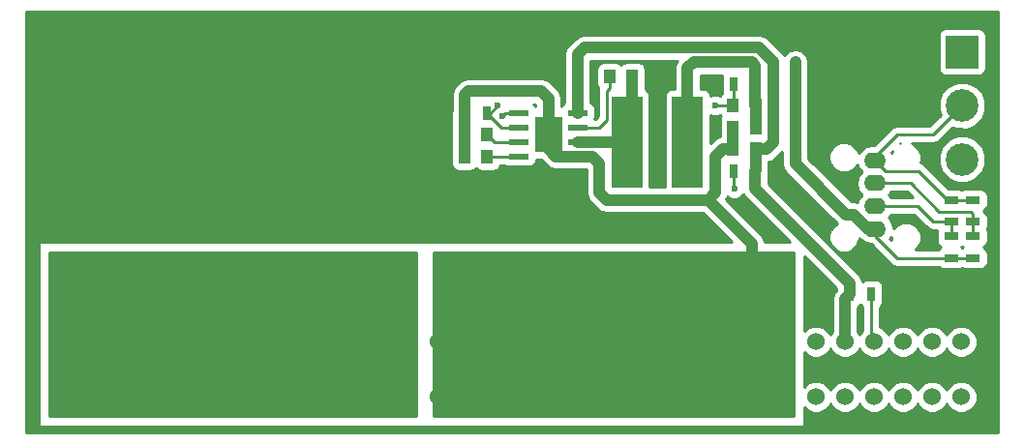
<source format=gtl>
G04 #@! TF.FileFunction,Copper,L1,Top,Signal*
%FSLAX46Y46*%
G04 Gerber Fmt 4.6, Leading zero omitted, Abs format (unit mm)*
G04 Created by KiCad (PCBNEW 4.0.7) date Mon Mar 19 20:09:08 2018*
%MOMM*%
%LPD*%
G01*
G04 APERTURE LIST*
%ADD10C,0.100000*%
%ADD11O,1.920000X1.420000*%
%ADD12R,1.530000X1.530000*%
%ADD13C,1.530000*%
%ADD14R,3.000000X3.000000*%
%ADD15C,3.000000*%
%ADD16R,1.000000X1.250000*%
%ADD17R,0.700000X1.300000*%
%ADD18R,1.300000X0.700000*%
%ADD19R,1.778000X0.533400*%
%ADD20R,2.400000X3.099999*%
%ADD21R,2.850000X2.850000*%
%ADD22C,2.850000*%
%ADD23R,2.705100X8.001000*%
%ADD24C,0.800000*%
%ADD25C,0.600000*%
%ADD26C,1.000000*%
%ADD27C,0.250000*%
%ADD28C,0.254000*%
G04 APERTURE END LIST*
D10*
D11*
X180340000Y-92710000D03*
X180340000Y-90710000D03*
X180340000Y-88710000D03*
X180340000Y-86710000D03*
D12*
X109131100Y-107423600D03*
D13*
X111671100Y-107423600D03*
X114211100Y-107423600D03*
X116751100Y-107423600D03*
X119291100Y-107423600D03*
X121831100Y-107423600D03*
X124371100Y-107423600D03*
X126911100Y-107423600D03*
X129451100Y-107423600D03*
X131991100Y-107423600D03*
X134531100Y-107423600D03*
X137071100Y-107423600D03*
X139611100Y-107423600D03*
X142151100Y-107423600D03*
X144691100Y-107423600D03*
X147231100Y-107423600D03*
X149771100Y-107423600D03*
X152311100Y-107423600D03*
X154851100Y-107423600D03*
X157391100Y-107423600D03*
X159931100Y-107423600D03*
X162471100Y-107423600D03*
X165011100Y-107423600D03*
X167551100Y-107423600D03*
X170091100Y-107423600D03*
X172631100Y-107423600D03*
X175171100Y-107423600D03*
X177711100Y-107423600D03*
X180251100Y-107423600D03*
X182791100Y-107423600D03*
X185331100Y-107423600D03*
X187871100Y-107423600D03*
X187871100Y-102583600D03*
X185331100Y-102583600D03*
X182791100Y-102583600D03*
X180251100Y-102583600D03*
X177711100Y-102583600D03*
X175171100Y-102583600D03*
X172631100Y-102583600D03*
X170091100Y-102583600D03*
X167551100Y-102583600D03*
X165011100Y-102583600D03*
X162471100Y-102583600D03*
X159931100Y-102583600D03*
X157391100Y-102583600D03*
X154851100Y-102583600D03*
X152311100Y-102583600D03*
X149771100Y-102583600D03*
X147231100Y-102583600D03*
X144691100Y-102583600D03*
X142151100Y-102583600D03*
X139611100Y-102583600D03*
X137071100Y-102583600D03*
X134531100Y-102583600D03*
X131991100Y-102583600D03*
X129451100Y-102583600D03*
X126911100Y-102583600D03*
X124371100Y-102583600D03*
X121831100Y-102583600D03*
X119291100Y-102583600D03*
X116751100Y-102583600D03*
X114211100Y-102583600D03*
X111671100Y-102583600D03*
X109131100Y-102583600D03*
D14*
X169570000Y-96610000D03*
D15*
X161320000Y-96610000D03*
X153070000Y-96610000D03*
X144820000Y-96610000D03*
X136570000Y-96610000D03*
X128320000Y-96610000D03*
X120070000Y-96610000D03*
X111820000Y-96610000D03*
D16*
X169910000Y-85725000D03*
X167910000Y-85725000D03*
X146415000Y-84455000D03*
X144415000Y-84455000D03*
X146415000Y-86360000D03*
X144415000Y-86360000D03*
X157115000Y-79375000D03*
X159115000Y-79375000D03*
X169910000Y-81915000D03*
X167910000Y-81915000D03*
X169910000Y-83820000D03*
X167910000Y-83820000D03*
D17*
X169860000Y-87630000D03*
X167960000Y-87630000D03*
X167960000Y-80010000D03*
X169860000Y-80010000D03*
X144465000Y-82550000D03*
X146365000Y-82550000D03*
D18*
X187007500Y-93347500D03*
X187007500Y-95247500D03*
X187007500Y-90172500D03*
X187007500Y-92072500D03*
X188912500Y-93347500D03*
X188912500Y-95247500D03*
X188912500Y-90172500D03*
X188912500Y-92072500D03*
D19*
X149199600Y-82550000D03*
X149199600Y-83820000D03*
X149199600Y-85090000D03*
X149199600Y-86360000D03*
X154330400Y-86360000D03*
X154330400Y-85090000D03*
X154330400Y-83820000D03*
X154330400Y-82550000D03*
D20*
X151765000Y-84455000D03*
D21*
X187960000Y-77215000D03*
D22*
X187960000Y-81915000D03*
X187960000Y-86615000D03*
D17*
X180020000Y-98425000D03*
X178120000Y-98425000D03*
D23*
X158635700Y-85090000D03*
X163944300Y-85090000D03*
D24*
X168910000Y-78105000D03*
X173355000Y-78105000D03*
D25*
X147320000Y-81915000D03*
X166370000Y-81915000D03*
X147701000Y-82804000D03*
X168021000Y-89154000D03*
D26*
X169570000Y-96610000D02*
X169570000Y-94005000D01*
X169570000Y-94005000D02*
X165735000Y-90170000D01*
X154330400Y-86360000D02*
X155575000Y-86360000D01*
X155575000Y-86360000D02*
X156210000Y-86995000D01*
X156210000Y-86995000D02*
X156210000Y-89535000D01*
X156210000Y-89535000D02*
X156845000Y-90170000D01*
X156845000Y-90170000D02*
X165735000Y-90170000D01*
X167005000Y-85725000D02*
X167910000Y-85725000D01*
X165735000Y-90170000D02*
X166370000Y-89535000D01*
X166370000Y-89535000D02*
X166370000Y-86360000D01*
X166370000Y-86360000D02*
X167005000Y-85725000D01*
X144465000Y-82550000D02*
X144465000Y-80960000D01*
X151765000Y-81280000D02*
X151765000Y-84455000D01*
X151130000Y-80645000D02*
X151765000Y-81280000D01*
X144780000Y-80645000D02*
X151130000Y-80645000D01*
X144465000Y-80960000D02*
X144780000Y-80645000D01*
X151765000Y-84455000D02*
X151765000Y-85725000D01*
X151765000Y-85725000D02*
X152400000Y-86360000D01*
X152400000Y-86360000D02*
X154330400Y-86360000D01*
X144415000Y-84455000D02*
X144415000Y-82600000D01*
X144415000Y-82600000D02*
X144465000Y-82550000D01*
X144415000Y-86360000D02*
X144415000Y-84455000D01*
X167910000Y-83820000D02*
X167910000Y-85725000D01*
D27*
X180340000Y-86710000D02*
X180340000Y-86360000D01*
X180340000Y-86360000D02*
X182245000Y-84455000D01*
X185420000Y-84455000D02*
X187960000Y-81915000D01*
X182245000Y-84455000D02*
X185420000Y-84455000D01*
X187007500Y-90172500D02*
X186692500Y-90172500D01*
X186692500Y-90172500D02*
X184150000Y-87630000D01*
X181260000Y-87630000D02*
X180340000Y-86710000D01*
X184150000Y-87630000D02*
X181260000Y-87630000D01*
X187007500Y-90172500D02*
X188912500Y-90172500D01*
X180020000Y-98425000D02*
X180020000Y-102352500D01*
X180020000Y-102352500D02*
X180251100Y-102583600D01*
D26*
X178120000Y-98425000D02*
X178120000Y-97475000D01*
X169860000Y-89215000D02*
X169860000Y-87630000D01*
X178120000Y-97475000D02*
X169860000Y-89215000D01*
X169910000Y-85725000D02*
X170815000Y-85725000D01*
X154330400Y-77444600D02*
X154330400Y-82550000D01*
X154940000Y-76835000D02*
X154330400Y-77444600D01*
X170180000Y-76835000D02*
X154940000Y-76835000D01*
X171450000Y-78105000D02*
X170180000Y-76835000D01*
X171450000Y-85090000D02*
X171450000Y-78105000D01*
X170815000Y-85725000D02*
X171450000Y-85090000D01*
X178120000Y-98425000D02*
X178120000Y-98110000D01*
X169910000Y-85725000D02*
X169910000Y-87580000D01*
X169910000Y-87580000D02*
X169860000Y-87630000D01*
X177711100Y-102583600D02*
X177711100Y-98833900D01*
X177711100Y-98833900D02*
X178120000Y-98425000D01*
D27*
X149199600Y-85090000D02*
X147050000Y-85090000D01*
X147050000Y-85090000D02*
X146415000Y-84455000D01*
X149199600Y-86360000D02*
X146415000Y-86360000D01*
X157115000Y-79375000D02*
X157115000Y-80375000D01*
X156210000Y-83820000D02*
X154330400Y-83820000D01*
X156845000Y-83185000D02*
X156210000Y-83820000D01*
X156845000Y-80645000D02*
X156845000Y-83185000D01*
X157115000Y-80375000D02*
X156845000Y-80645000D01*
D26*
X159115000Y-79375000D02*
X159115000Y-84610700D01*
X159115000Y-84610700D02*
X158635700Y-85090000D01*
X154330400Y-85090000D02*
X158635700Y-85090000D01*
X179705000Y-92710000D02*
X178435000Y-91440000D01*
X177800000Y-91440000D02*
X178435000Y-91440000D01*
X173355000Y-86995000D02*
X177800000Y-91440000D01*
X173355000Y-78105000D02*
X173355000Y-86995000D01*
X179705000Y-92710000D02*
X180340000Y-92710000D01*
X163944300Y-85090000D02*
X163944300Y-79375000D01*
X163944300Y-78625700D02*
X164465000Y-78105000D01*
X164465000Y-78105000D02*
X168910000Y-78105000D01*
X163944300Y-79375000D02*
X163944300Y-78625700D01*
X169860000Y-78420000D02*
X169860000Y-80010000D01*
X168910000Y-78105000D02*
X169545000Y-78105000D01*
X169545000Y-78105000D02*
X169860000Y-78420000D01*
X179705000Y-92710000D02*
X180340000Y-92710000D01*
X169910000Y-81915000D02*
X169910000Y-83820000D01*
X169860000Y-80010000D02*
X169860000Y-81865000D01*
X169860000Y-81865000D02*
X169910000Y-81915000D01*
D27*
X187007500Y-95247500D02*
X182242500Y-95247500D01*
X182242500Y-95247500D02*
X180340000Y-93345000D01*
X180340000Y-93345000D02*
X180340000Y-92710000D01*
X187007500Y-95247500D02*
X188912500Y-95247500D01*
X167910000Y-81915000D02*
X166370000Y-81915000D01*
X147320000Y-81915000D02*
X146685000Y-82550000D01*
X146685000Y-82550000D02*
X146365000Y-82550000D01*
X167910000Y-81915000D02*
X167910000Y-81550000D01*
X149199600Y-83820000D02*
X147635000Y-83820000D01*
X147635000Y-83820000D02*
X146365000Y-82550000D01*
X167960000Y-80010000D02*
X167960000Y-81865000D01*
X167960000Y-81865000D02*
X167910000Y-81915000D01*
X180340000Y-90710000D02*
X184055000Y-90710000D01*
X185417500Y-92072500D02*
X187007500Y-92072500D01*
X184055000Y-90710000D02*
X185417500Y-92072500D01*
X187007500Y-92072500D02*
X187007500Y-93347500D01*
X188912500Y-92072500D02*
X188912500Y-93347500D01*
X180340000Y-88710000D02*
X183452000Y-88710000D01*
X188912500Y-91376500D02*
X188912500Y-92072500D01*
X188722000Y-91186000D02*
X188912500Y-91376500D01*
X185928000Y-91186000D02*
X188722000Y-91186000D01*
X183452000Y-88710000D02*
X185928000Y-91186000D01*
X167960000Y-87630000D02*
X167960000Y-89093000D01*
X147955000Y-82550000D02*
X149199600Y-82550000D01*
X147701000Y-82804000D02*
X147955000Y-82550000D01*
X167960000Y-89093000D02*
X168021000Y-89154000D01*
D28*
G36*
X173228000Y-109093000D02*
X141732000Y-109093000D01*
X141732000Y-94742000D01*
X173228000Y-94742000D01*
X173228000Y-109093000D01*
X173228000Y-109093000D01*
G37*
X173228000Y-109093000D02*
X141732000Y-109093000D01*
X141732000Y-94742000D01*
X173228000Y-94742000D01*
X173228000Y-109093000D01*
G36*
X140208000Y-109093000D02*
X108077000Y-109093000D01*
X108077000Y-94742000D01*
X140208000Y-94742000D01*
X140208000Y-109093000D01*
X140208000Y-109093000D01*
G37*
X140208000Y-109093000D02*
X108077000Y-109093000D01*
X108077000Y-94742000D01*
X140208000Y-94742000D01*
X140208000Y-109093000D01*
G36*
X191125000Y-110480000D02*
X106055000Y-110480000D01*
X106055000Y-93980000D01*
X107188000Y-93980000D01*
X107188000Y-109855000D01*
X107198006Y-109904410D01*
X107226447Y-109946035D01*
X107268841Y-109973315D01*
X107315000Y-109982000D01*
X173990000Y-109982000D01*
X174039410Y-109971994D01*
X174081035Y-109943553D01*
X174108315Y-109901159D01*
X174117000Y-109855000D01*
X174117000Y-108349288D01*
X174377028Y-108609770D01*
X174891401Y-108823357D01*
X175448356Y-108823843D01*
X175963100Y-108611155D01*
X176357270Y-108217672D01*
X176441042Y-108015927D01*
X176523545Y-108215600D01*
X176917028Y-108609770D01*
X177431401Y-108823357D01*
X177988356Y-108823843D01*
X178503100Y-108611155D01*
X178897270Y-108217672D01*
X178981042Y-108015927D01*
X179063545Y-108215600D01*
X179457028Y-108609770D01*
X179971401Y-108823357D01*
X180528356Y-108823843D01*
X181043100Y-108611155D01*
X181437270Y-108217672D01*
X181521042Y-108015927D01*
X181603545Y-108215600D01*
X181997028Y-108609770D01*
X182511401Y-108823357D01*
X183068356Y-108823843D01*
X183583100Y-108611155D01*
X183977270Y-108217672D01*
X184061042Y-108015927D01*
X184143545Y-108215600D01*
X184537028Y-108609770D01*
X185051401Y-108823357D01*
X185608356Y-108823843D01*
X186123100Y-108611155D01*
X186517270Y-108217672D01*
X186601042Y-108015927D01*
X186683545Y-108215600D01*
X187077028Y-108609770D01*
X187591401Y-108823357D01*
X188148356Y-108823843D01*
X188663100Y-108611155D01*
X189057270Y-108217672D01*
X189270857Y-107703299D01*
X189271343Y-107146344D01*
X189058655Y-106631600D01*
X188665172Y-106237430D01*
X188150799Y-106023843D01*
X187593844Y-106023357D01*
X187079100Y-106236045D01*
X186684930Y-106629528D01*
X186601158Y-106831273D01*
X186518655Y-106631600D01*
X186125172Y-106237430D01*
X185610799Y-106023843D01*
X185053844Y-106023357D01*
X184539100Y-106236045D01*
X184144930Y-106629528D01*
X184061158Y-106831273D01*
X183978655Y-106631600D01*
X183585172Y-106237430D01*
X183070799Y-106023843D01*
X182513844Y-106023357D01*
X181999100Y-106236045D01*
X181604930Y-106629528D01*
X181521158Y-106831273D01*
X181438655Y-106631600D01*
X181045172Y-106237430D01*
X180530799Y-106023843D01*
X179973844Y-106023357D01*
X179459100Y-106236045D01*
X179064930Y-106629528D01*
X178981158Y-106831273D01*
X178898655Y-106631600D01*
X178505172Y-106237430D01*
X177990799Y-106023843D01*
X177433844Y-106023357D01*
X176919100Y-106236045D01*
X176524930Y-106629528D01*
X176441158Y-106831273D01*
X176358655Y-106631600D01*
X175965172Y-106237430D01*
X175450799Y-106023843D01*
X174893844Y-106023357D01*
X174379100Y-106236045D01*
X174117000Y-106497688D01*
X174117000Y-103509288D01*
X174377028Y-103769770D01*
X174891401Y-103983357D01*
X175448356Y-103983843D01*
X175963100Y-103771155D01*
X176357270Y-103377672D01*
X176441042Y-103175927D01*
X176523545Y-103375600D01*
X176917028Y-103769770D01*
X177431401Y-103983357D01*
X177988356Y-103983843D01*
X178503100Y-103771155D01*
X178897270Y-103377672D01*
X178981042Y-103175927D01*
X179063545Y-103375600D01*
X179457028Y-103769770D01*
X179971401Y-103983357D01*
X180528356Y-103983843D01*
X181043100Y-103771155D01*
X181437270Y-103377672D01*
X181521042Y-103175927D01*
X181603545Y-103375600D01*
X181997028Y-103769770D01*
X182511401Y-103983357D01*
X183068356Y-103983843D01*
X183583100Y-103771155D01*
X183977270Y-103377672D01*
X184061042Y-103175927D01*
X184143545Y-103375600D01*
X184537028Y-103769770D01*
X185051401Y-103983357D01*
X185608356Y-103983843D01*
X186123100Y-103771155D01*
X186517270Y-103377672D01*
X186601042Y-103175927D01*
X186683545Y-103375600D01*
X187077028Y-103769770D01*
X187591401Y-103983357D01*
X188148356Y-103983843D01*
X188663100Y-103771155D01*
X189057270Y-103377672D01*
X189270857Y-102863299D01*
X189271343Y-102306344D01*
X189058655Y-101791600D01*
X188665172Y-101397430D01*
X188150799Y-101183843D01*
X187593844Y-101183357D01*
X187079100Y-101396045D01*
X186684930Y-101789528D01*
X186601158Y-101991273D01*
X186518655Y-101791600D01*
X186125172Y-101397430D01*
X185610799Y-101183843D01*
X185053844Y-101183357D01*
X184539100Y-101396045D01*
X184144930Y-101789528D01*
X184061158Y-101991273D01*
X183978655Y-101791600D01*
X183585172Y-101397430D01*
X183070799Y-101183843D01*
X182513844Y-101183357D01*
X181999100Y-101396045D01*
X181604930Y-101789528D01*
X181521158Y-101991273D01*
X181438655Y-101791600D01*
X181045172Y-101397430D01*
X180780000Y-101287321D01*
X180780000Y-99565757D01*
X180821441Y-99539090D01*
X180966431Y-99326890D01*
X181017440Y-99075000D01*
X181017440Y-97775000D01*
X180973162Y-97539683D01*
X180834090Y-97323559D01*
X180621890Y-97178569D01*
X180370000Y-97127560D01*
X179670000Y-97127560D01*
X179434683Y-97171838D01*
X179221929Y-97308741D01*
X179168603Y-97040654D01*
X178922566Y-96672434D01*
X170995000Y-88744868D01*
X170995000Y-87831369D01*
X171045000Y-87580000D01*
X171045000Y-86814250D01*
X171249346Y-86773603D01*
X171617566Y-86527566D01*
X172220000Y-85925132D01*
X172220000Y-86995000D01*
X172306397Y-87429346D01*
X172461223Y-87661059D01*
X172552434Y-87797566D01*
X176997434Y-92242566D01*
X177019442Y-92257271D01*
X176941219Y-92289672D01*
X176937457Y-92304599D01*
X176878914Y-92328789D01*
X176510084Y-92696976D01*
X176485013Y-92757353D01*
X176469672Y-92761219D01*
X176395881Y-92972008D01*
X176310228Y-93178282D01*
X176310194Y-93216775D01*
X176297478Y-93253100D01*
X176309969Y-93476082D01*
X176309774Y-93699432D01*
X176324472Y-93735005D01*
X176326625Y-93773434D01*
X176469672Y-94118781D01*
X176484599Y-94122543D01*
X176508789Y-94181086D01*
X176876976Y-94549916D01*
X176937353Y-94574987D01*
X176941219Y-94590328D01*
X177152008Y-94664119D01*
X177358282Y-94749772D01*
X177396775Y-94749806D01*
X177433100Y-94762522D01*
X177656082Y-94750031D01*
X177879432Y-94750226D01*
X177915005Y-94735528D01*
X177953434Y-94733375D01*
X178298781Y-94590328D01*
X178302543Y-94575401D01*
X178361086Y-94551211D01*
X178729916Y-94183024D01*
X178754987Y-94122647D01*
X178770328Y-94118781D01*
X178844119Y-93907992D01*
X178929772Y-93701718D01*
X178929806Y-93663225D01*
X178942522Y-93626900D01*
X178937427Y-93535948D01*
X179094001Y-93640567D01*
X179107693Y-93661059D01*
X179544043Y-93952618D01*
X179954451Y-94034253D01*
X181705099Y-95784901D01*
X181951660Y-95949648D01*
X182242500Y-96007500D01*
X185866743Y-96007500D01*
X185893410Y-96048941D01*
X186105610Y-96193931D01*
X186357500Y-96244940D01*
X187657500Y-96244940D01*
X187892817Y-96200662D01*
X187958553Y-96158362D01*
X188010610Y-96193931D01*
X188262500Y-96244940D01*
X189562500Y-96244940D01*
X189797817Y-96200662D01*
X190013941Y-96061590D01*
X190158931Y-95849390D01*
X190209940Y-95597500D01*
X190209940Y-94897500D01*
X190165662Y-94662183D01*
X190026590Y-94446059D01*
X189814390Y-94301069D01*
X189801303Y-94298419D01*
X190013941Y-94161590D01*
X190158931Y-93949390D01*
X190209940Y-93697500D01*
X190209940Y-92997500D01*
X190165662Y-92762183D01*
X190133304Y-92711897D01*
X190158931Y-92674390D01*
X190209940Y-92422500D01*
X190209940Y-91722500D01*
X190165662Y-91487183D01*
X190026590Y-91271059D01*
X189814390Y-91126069D01*
X189801303Y-91123419D01*
X190013941Y-90986590D01*
X190158931Y-90774390D01*
X190209940Y-90522500D01*
X190209940Y-89822500D01*
X190165662Y-89587183D01*
X190026590Y-89371059D01*
X189814390Y-89226069D01*
X189562500Y-89175060D01*
X188262500Y-89175060D01*
X188027183Y-89219338D01*
X187961447Y-89261638D01*
X187909390Y-89226069D01*
X187657500Y-89175060D01*
X186769862Y-89175060D01*
X184687401Y-87092599D01*
X184583182Y-87022962D01*
X185899643Y-87022962D01*
X186212599Y-87780372D01*
X186791580Y-88360365D01*
X187548443Y-88674642D01*
X188367962Y-88675357D01*
X189125372Y-88362401D01*
X189705365Y-87783420D01*
X190019642Y-87026557D01*
X190020357Y-86207038D01*
X189707401Y-85449628D01*
X189128420Y-84869635D01*
X188371557Y-84555358D01*
X187552038Y-84554643D01*
X186794628Y-84867599D01*
X186214635Y-85446580D01*
X185900358Y-86203443D01*
X185899643Y-87022962D01*
X184583182Y-87022962D01*
X184440839Y-86927852D01*
X184288459Y-86897541D01*
X184369772Y-86701718D01*
X184369806Y-86663225D01*
X184382522Y-86626900D01*
X184370031Y-86403918D01*
X184370226Y-86180568D01*
X184355528Y-86144995D01*
X184353375Y-86106566D01*
X184210328Y-85761219D01*
X184195401Y-85757457D01*
X184171211Y-85698914D01*
X183803024Y-85330084D01*
X183742647Y-85305013D01*
X183738781Y-85289672D01*
X183527992Y-85215881D01*
X183525871Y-85215000D01*
X185420000Y-85215000D01*
X185710839Y-85157148D01*
X185957401Y-84992401D01*
X187143364Y-83806438D01*
X187548443Y-83974642D01*
X188367962Y-83975357D01*
X189125372Y-83662401D01*
X189705365Y-83083420D01*
X190019642Y-82326557D01*
X190020357Y-81507038D01*
X189707401Y-80749628D01*
X189128420Y-80169635D01*
X188371557Y-79855358D01*
X187552038Y-79854643D01*
X186794628Y-80167599D01*
X186214635Y-80746580D01*
X185900358Y-81503443D01*
X185899643Y-82322962D01*
X186068521Y-82731677D01*
X185105198Y-83695000D01*
X182245000Y-83695000D01*
X181954161Y-83752852D01*
X181707599Y-83917599D01*
X180260198Y-85365000D01*
X180058752Y-85365000D01*
X179544043Y-85467382D01*
X179107693Y-85758941D01*
X178898849Y-86071498D01*
X178770328Y-85761219D01*
X178755401Y-85757457D01*
X178731211Y-85698914D01*
X178363024Y-85330084D01*
X178302647Y-85305013D01*
X178298781Y-85289672D01*
X178087992Y-85215881D01*
X177881718Y-85130228D01*
X177843225Y-85130194D01*
X177806900Y-85117478D01*
X177583918Y-85129969D01*
X177360568Y-85129774D01*
X177324995Y-85144472D01*
X177286566Y-85146625D01*
X176941219Y-85289672D01*
X176937457Y-85304599D01*
X176878914Y-85328789D01*
X176510084Y-85696976D01*
X176485013Y-85757353D01*
X176469672Y-85761219D01*
X176395881Y-85972008D01*
X176310228Y-86178282D01*
X176310194Y-86216775D01*
X176297478Y-86253100D01*
X176309969Y-86476082D01*
X176309774Y-86699432D01*
X176324472Y-86735005D01*
X176326625Y-86773434D01*
X176469672Y-87118781D01*
X176484599Y-87122543D01*
X176508789Y-87181086D01*
X176876976Y-87549916D01*
X176937353Y-87574987D01*
X176941219Y-87590328D01*
X177152008Y-87664119D01*
X177358282Y-87749772D01*
X177396775Y-87749806D01*
X177433100Y-87762522D01*
X177656082Y-87750031D01*
X177879432Y-87750226D01*
X177915005Y-87735528D01*
X177953434Y-87733375D01*
X178298781Y-87590328D01*
X178302543Y-87575401D01*
X178361086Y-87551211D01*
X178729916Y-87183024D01*
X178754987Y-87122647D01*
X178770328Y-87118781D01*
X178786101Y-87073724D01*
X178816134Y-87224709D01*
X179107693Y-87661059D01*
X179180939Y-87710000D01*
X179107693Y-87758941D01*
X178816134Y-88195291D01*
X178713752Y-88710000D01*
X178816134Y-89224709D01*
X179107693Y-89661059D01*
X179180939Y-89710000D01*
X179107693Y-89758941D01*
X178816134Y-90195291D01*
X178780636Y-90373751D01*
X178435000Y-90305000D01*
X178270132Y-90305000D01*
X174490000Y-86524868D01*
X174490000Y-78105000D01*
X174403603Y-77670654D01*
X174157566Y-77302434D01*
X173789346Y-77056397D01*
X173355000Y-76970000D01*
X172920654Y-77056397D01*
X172552434Y-77302434D01*
X172402500Y-77526826D01*
X172252566Y-77302434D01*
X170982566Y-76032434D01*
X170619739Y-75790000D01*
X185887560Y-75790000D01*
X185887560Y-78640000D01*
X185931838Y-78875317D01*
X186070910Y-79091441D01*
X186283110Y-79236431D01*
X186535000Y-79287440D01*
X189385000Y-79287440D01*
X189620317Y-79243162D01*
X189836441Y-79104090D01*
X189981431Y-78891890D01*
X190032440Y-78640000D01*
X190032440Y-75790000D01*
X189988162Y-75554683D01*
X189849090Y-75338559D01*
X189636890Y-75193569D01*
X189385000Y-75142560D01*
X186535000Y-75142560D01*
X186299683Y-75186838D01*
X186083559Y-75325910D01*
X185938569Y-75538110D01*
X185887560Y-75790000D01*
X170619739Y-75790000D01*
X170614346Y-75786397D01*
X170180000Y-75700000D01*
X154940000Y-75700000D01*
X154505655Y-75786396D01*
X154137434Y-76032434D01*
X153527834Y-76642034D01*
X153281797Y-77010254D01*
X153195400Y-77444600D01*
X153195400Y-81687012D01*
X152989959Y-81819210D01*
X152900000Y-81950869D01*
X152900000Y-81280000D01*
X152894542Y-81252560D01*
X152813604Y-80845655D01*
X152567566Y-80477434D01*
X151932566Y-79842434D01*
X151883046Y-79809346D01*
X151564346Y-79596397D01*
X151130000Y-79510000D01*
X144780000Y-79510000D01*
X144345654Y-79596397D01*
X144026954Y-79809346D01*
X143977434Y-79842434D01*
X143662434Y-80157434D01*
X143416397Y-80525654D01*
X143330000Y-80960000D01*
X143330000Y-82348634D01*
X143280000Y-82600000D01*
X143280000Y-83768569D01*
X143267560Y-83830000D01*
X143267560Y-85080000D01*
X143280000Y-85146113D01*
X143280000Y-85673569D01*
X143267560Y-85735000D01*
X143267560Y-86985000D01*
X143311838Y-87220317D01*
X143450910Y-87436441D01*
X143663110Y-87581431D01*
X143915000Y-87632440D01*
X144915000Y-87632440D01*
X145150317Y-87588162D01*
X145366441Y-87449090D01*
X145414134Y-87379289D01*
X145450910Y-87436441D01*
X145663110Y-87581431D01*
X145915000Y-87632440D01*
X146915000Y-87632440D01*
X147150317Y-87588162D01*
X147366441Y-87449090D01*
X147511431Y-87236890D01*
X147535102Y-87120000D01*
X147907773Y-87120000D01*
X148058710Y-87223131D01*
X148310600Y-87274140D01*
X150088600Y-87274140D01*
X150323917Y-87229862D01*
X150540041Y-87090790D01*
X150685031Y-86878590D01*
X150730828Y-86652439D01*
X151087307Y-86652439D01*
X151597434Y-87162566D01*
X151965655Y-87408604D01*
X152400000Y-87495000D01*
X155075000Y-87495000D01*
X155075000Y-89535000D01*
X155161397Y-89969346D01*
X155385674Y-90305000D01*
X155407434Y-90337566D01*
X156042434Y-90972566D01*
X156410655Y-91218604D01*
X156845000Y-91305000D01*
X165264868Y-91305000D01*
X167812868Y-93853000D01*
X107315000Y-93853000D01*
X107265590Y-93863006D01*
X107223965Y-93891447D01*
X107196685Y-93933841D01*
X107188000Y-93980000D01*
X106055000Y-93980000D01*
X106055000Y-73670000D01*
X191125000Y-73670000D01*
X191125000Y-110480000D01*
X191125000Y-110480000D01*
G37*
X191125000Y-110480000D02*
X106055000Y-110480000D01*
X106055000Y-93980000D01*
X107188000Y-93980000D01*
X107188000Y-109855000D01*
X107198006Y-109904410D01*
X107226447Y-109946035D01*
X107268841Y-109973315D01*
X107315000Y-109982000D01*
X173990000Y-109982000D01*
X174039410Y-109971994D01*
X174081035Y-109943553D01*
X174108315Y-109901159D01*
X174117000Y-109855000D01*
X174117000Y-108349288D01*
X174377028Y-108609770D01*
X174891401Y-108823357D01*
X175448356Y-108823843D01*
X175963100Y-108611155D01*
X176357270Y-108217672D01*
X176441042Y-108015927D01*
X176523545Y-108215600D01*
X176917028Y-108609770D01*
X177431401Y-108823357D01*
X177988356Y-108823843D01*
X178503100Y-108611155D01*
X178897270Y-108217672D01*
X178981042Y-108015927D01*
X179063545Y-108215600D01*
X179457028Y-108609770D01*
X179971401Y-108823357D01*
X180528356Y-108823843D01*
X181043100Y-108611155D01*
X181437270Y-108217672D01*
X181521042Y-108015927D01*
X181603545Y-108215600D01*
X181997028Y-108609770D01*
X182511401Y-108823357D01*
X183068356Y-108823843D01*
X183583100Y-108611155D01*
X183977270Y-108217672D01*
X184061042Y-108015927D01*
X184143545Y-108215600D01*
X184537028Y-108609770D01*
X185051401Y-108823357D01*
X185608356Y-108823843D01*
X186123100Y-108611155D01*
X186517270Y-108217672D01*
X186601042Y-108015927D01*
X186683545Y-108215600D01*
X187077028Y-108609770D01*
X187591401Y-108823357D01*
X188148356Y-108823843D01*
X188663100Y-108611155D01*
X189057270Y-108217672D01*
X189270857Y-107703299D01*
X189271343Y-107146344D01*
X189058655Y-106631600D01*
X188665172Y-106237430D01*
X188150799Y-106023843D01*
X187593844Y-106023357D01*
X187079100Y-106236045D01*
X186684930Y-106629528D01*
X186601158Y-106831273D01*
X186518655Y-106631600D01*
X186125172Y-106237430D01*
X185610799Y-106023843D01*
X185053844Y-106023357D01*
X184539100Y-106236045D01*
X184144930Y-106629528D01*
X184061158Y-106831273D01*
X183978655Y-106631600D01*
X183585172Y-106237430D01*
X183070799Y-106023843D01*
X182513844Y-106023357D01*
X181999100Y-106236045D01*
X181604930Y-106629528D01*
X181521158Y-106831273D01*
X181438655Y-106631600D01*
X181045172Y-106237430D01*
X180530799Y-106023843D01*
X179973844Y-106023357D01*
X179459100Y-106236045D01*
X179064930Y-106629528D01*
X178981158Y-106831273D01*
X178898655Y-106631600D01*
X178505172Y-106237430D01*
X177990799Y-106023843D01*
X177433844Y-106023357D01*
X176919100Y-106236045D01*
X176524930Y-106629528D01*
X176441158Y-106831273D01*
X176358655Y-106631600D01*
X175965172Y-106237430D01*
X175450799Y-106023843D01*
X174893844Y-106023357D01*
X174379100Y-106236045D01*
X174117000Y-106497688D01*
X174117000Y-103509288D01*
X174377028Y-103769770D01*
X174891401Y-103983357D01*
X175448356Y-103983843D01*
X175963100Y-103771155D01*
X176357270Y-103377672D01*
X176441042Y-103175927D01*
X176523545Y-103375600D01*
X176917028Y-103769770D01*
X177431401Y-103983357D01*
X177988356Y-103983843D01*
X178503100Y-103771155D01*
X178897270Y-103377672D01*
X178981042Y-103175927D01*
X179063545Y-103375600D01*
X179457028Y-103769770D01*
X179971401Y-103983357D01*
X180528356Y-103983843D01*
X181043100Y-103771155D01*
X181437270Y-103377672D01*
X181521042Y-103175927D01*
X181603545Y-103375600D01*
X181997028Y-103769770D01*
X182511401Y-103983357D01*
X183068356Y-103983843D01*
X183583100Y-103771155D01*
X183977270Y-103377672D01*
X184061042Y-103175927D01*
X184143545Y-103375600D01*
X184537028Y-103769770D01*
X185051401Y-103983357D01*
X185608356Y-103983843D01*
X186123100Y-103771155D01*
X186517270Y-103377672D01*
X186601042Y-103175927D01*
X186683545Y-103375600D01*
X187077028Y-103769770D01*
X187591401Y-103983357D01*
X188148356Y-103983843D01*
X188663100Y-103771155D01*
X189057270Y-103377672D01*
X189270857Y-102863299D01*
X189271343Y-102306344D01*
X189058655Y-101791600D01*
X188665172Y-101397430D01*
X188150799Y-101183843D01*
X187593844Y-101183357D01*
X187079100Y-101396045D01*
X186684930Y-101789528D01*
X186601158Y-101991273D01*
X186518655Y-101791600D01*
X186125172Y-101397430D01*
X185610799Y-101183843D01*
X185053844Y-101183357D01*
X184539100Y-101396045D01*
X184144930Y-101789528D01*
X184061158Y-101991273D01*
X183978655Y-101791600D01*
X183585172Y-101397430D01*
X183070799Y-101183843D01*
X182513844Y-101183357D01*
X181999100Y-101396045D01*
X181604930Y-101789528D01*
X181521158Y-101991273D01*
X181438655Y-101791600D01*
X181045172Y-101397430D01*
X180780000Y-101287321D01*
X180780000Y-99565757D01*
X180821441Y-99539090D01*
X180966431Y-99326890D01*
X181017440Y-99075000D01*
X181017440Y-97775000D01*
X180973162Y-97539683D01*
X180834090Y-97323559D01*
X180621890Y-97178569D01*
X180370000Y-97127560D01*
X179670000Y-97127560D01*
X179434683Y-97171838D01*
X179221929Y-97308741D01*
X179168603Y-97040654D01*
X178922566Y-96672434D01*
X170995000Y-88744868D01*
X170995000Y-87831369D01*
X171045000Y-87580000D01*
X171045000Y-86814250D01*
X171249346Y-86773603D01*
X171617566Y-86527566D01*
X172220000Y-85925132D01*
X172220000Y-86995000D01*
X172306397Y-87429346D01*
X172461223Y-87661059D01*
X172552434Y-87797566D01*
X176997434Y-92242566D01*
X177019442Y-92257271D01*
X176941219Y-92289672D01*
X176937457Y-92304599D01*
X176878914Y-92328789D01*
X176510084Y-92696976D01*
X176485013Y-92757353D01*
X176469672Y-92761219D01*
X176395881Y-92972008D01*
X176310228Y-93178282D01*
X176310194Y-93216775D01*
X176297478Y-93253100D01*
X176309969Y-93476082D01*
X176309774Y-93699432D01*
X176324472Y-93735005D01*
X176326625Y-93773434D01*
X176469672Y-94118781D01*
X176484599Y-94122543D01*
X176508789Y-94181086D01*
X176876976Y-94549916D01*
X176937353Y-94574987D01*
X176941219Y-94590328D01*
X177152008Y-94664119D01*
X177358282Y-94749772D01*
X177396775Y-94749806D01*
X177433100Y-94762522D01*
X177656082Y-94750031D01*
X177879432Y-94750226D01*
X177915005Y-94735528D01*
X177953434Y-94733375D01*
X178298781Y-94590328D01*
X178302543Y-94575401D01*
X178361086Y-94551211D01*
X178729916Y-94183024D01*
X178754987Y-94122647D01*
X178770328Y-94118781D01*
X178844119Y-93907992D01*
X178929772Y-93701718D01*
X178929806Y-93663225D01*
X178942522Y-93626900D01*
X178937427Y-93535948D01*
X179094001Y-93640567D01*
X179107693Y-93661059D01*
X179544043Y-93952618D01*
X179954451Y-94034253D01*
X181705099Y-95784901D01*
X181951660Y-95949648D01*
X182242500Y-96007500D01*
X185866743Y-96007500D01*
X185893410Y-96048941D01*
X186105610Y-96193931D01*
X186357500Y-96244940D01*
X187657500Y-96244940D01*
X187892817Y-96200662D01*
X187958553Y-96158362D01*
X188010610Y-96193931D01*
X188262500Y-96244940D01*
X189562500Y-96244940D01*
X189797817Y-96200662D01*
X190013941Y-96061590D01*
X190158931Y-95849390D01*
X190209940Y-95597500D01*
X190209940Y-94897500D01*
X190165662Y-94662183D01*
X190026590Y-94446059D01*
X189814390Y-94301069D01*
X189801303Y-94298419D01*
X190013941Y-94161590D01*
X190158931Y-93949390D01*
X190209940Y-93697500D01*
X190209940Y-92997500D01*
X190165662Y-92762183D01*
X190133304Y-92711897D01*
X190158931Y-92674390D01*
X190209940Y-92422500D01*
X190209940Y-91722500D01*
X190165662Y-91487183D01*
X190026590Y-91271059D01*
X189814390Y-91126069D01*
X189801303Y-91123419D01*
X190013941Y-90986590D01*
X190158931Y-90774390D01*
X190209940Y-90522500D01*
X190209940Y-89822500D01*
X190165662Y-89587183D01*
X190026590Y-89371059D01*
X189814390Y-89226069D01*
X189562500Y-89175060D01*
X188262500Y-89175060D01*
X188027183Y-89219338D01*
X187961447Y-89261638D01*
X187909390Y-89226069D01*
X187657500Y-89175060D01*
X186769862Y-89175060D01*
X184687401Y-87092599D01*
X184583182Y-87022962D01*
X185899643Y-87022962D01*
X186212599Y-87780372D01*
X186791580Y-88360365D01*
X187548443Y-88674642D01*
X188367962Y-88675357D01*
X189125372Y-88362401D01*
X189705365Y-87783420D01*
X190019642Y-87026557D01*
X190020357Y-86207038D01*
X189707401Y-85449628D01*
X189128420Y-84869635D01*
X188371557Y-84555358D01*
X187552038Y-84554643D01*
X186794628Y-84867599D01*
X186214635Y-85446580D01*
X185900358Y-86203443D01*
X185899643Y-87022962D01*
X184583182Y-87022962D01*
X184440839Y-86927852D01*
X184288459Y-86897541D01*
X184369772Y-86701718D01*
X184369806Y-86663225D01*
X184382522Y-86626900D01*
X184370031Y-86403918D01*
X184370226Y-86180568D01*
X184355528Y-86144995D01*
X184353375Y-86106566D01*
X184210328Y-85761219D01*
X184195401Y-85757457D01*
X184171211Y-85698914D01*
X183803024Y-85330084D01*
X183742647Y-85305013D01*
X183738781Y-85289672D01*
X183527992Y-85215881D01*
X183525871Y-85215000D01*
X185420000Y-85215000D01*
X185710839Y-85157148D01*
X185957401Y-84992401D01*
X187143364Y-83806438D01*
X187548443Y-83974642D01*
X188367962Y-83975357D01*
X189125372Y-83662401D01*
X189705365Y-83083420D01*
X190019642Y-82326557D01*
X190020357Y-81507038D01*
X189707401Y-80749628D01*
X189128420Y-80169635D01*
X188371557Y-79855358D01*
X187552038Y-79854643D01*
X186794628Y-80167599D01*
X186214635Y-80746580D01*
X185900358Y-81503443D01*
X185899643Y-82322962D01*
X186068521Y-82731677D01*
X185105198Y-83695000D01*
X182245000Y-83695000D01*
X181954161Y-83752852D01*
X181707599Y-83917599D01*
X180260198Y-85365000D01*
X180058752Y-85365000D01*
X179544043Y-85467382D01*
X179107693Y-85758941D01*
X178898849Y-86071498D01*
X178770328Y-85761219D01*
X178755401Y-85757457D01*
X178731211Y-85698914D01*
X178363024Y-85330084D01*
X178302647Y-85305013D01*
X178298781Y-85289672D01*
X178087992Y-85215881D01*
X177881718Y-85130228D01*
X177843225Y-85130194D01*
X177806900Y-85117478D01*
X177583918Y-85129969D01*
X177360568Y-85129774D01*
X177324995Y-85144472D01*
X177286566Y-85146625D01*
X176941219Y-85289672D01*
X176937457Y-85304599D01*
X176878914Y-85328789D01*
X176510084Y-85696976D01*
X176485013Y-85757353D01*
X176469672Y-85761219D01*
X176395881Y-85972008D01*
X176310228Y-86178282D01*
X176310194Y-86216775D01*
X176297478Y-86253100D01*
X176309969Y-86476082D01*
X176309774Y-86699432D01*
X176324472Y-86735005D01*
X176326625Y-86773434D01*
X176469672Y-87118781D01*
X176484599Y-87122543D01*
X176508789Y-87181086D01*
X176876976Y-87549916D01*
X176937353Y-87574987D01*
X176941219Y-87590328D01*
X177152008Y-87664119D01*
X177358282Y-87749772D01*
X177396775Y-87749806D01*
X177433100Y-87762522D01*
X177656082Y-87750031D01*
X177879432Y-87750226D01*
X177915005Y-87735528D01*
X177953434Y-87733375D01*
X178298781Y-87590328D01*
X178302543Y-87575401D01*
X178361086Y-87551211D01*
X178729916Y-87183024D01*
X178754987Y-87122647D01*
X178770328Y-87118781D01*
X178786101Y-87073724D01*
X178816134Y-87224709D01*
X179107693Y-87661059D01*
X179180939Y-87710000D01*
X179107693Y-87758941D01*
X178816134Y-88195291D01*
X178713752Y-88710000D01*
X178816134Y-89224709D01*
X179107693Y-89661059D01*
X179180939Y-89710000D01*
X179107693Y-89758941D01*
X178816134Y-90195291D01*
X178780636Y-90373751D01*
X178435000Y-90305000D01*
X178270132Y-90305000D01*
X174490000Y-86524868D01*
X174490000Y-78105000D01*
X174403603Y-77670654D01*
X174157566Y-77302434D01*
X173789346Y-77056397D01*
X173355000Y-76970000D01*
X172920654Y-77056397D01*
X172552434Y-77302434D01*
X172402500Y-77526826D01*
X172252566Y-77302434D01*
X170982566Y-76032434D01*
X170619739Y-75790000D01*
X185887560Y-75790000D01*
X185887560Y-78640000D01*
X185931838Y-78875317D01*
X186070910Y-79091441D01*
X186283110Y-79236431D01*
X186535000Y-79287440D01*
X189385000Y-79287440D01*
X189620317Y-79243162D01*
X189836441Y-79104090D01*
X189981431Y-78891890D01*
X190032440Y-78640000D01*
X190032440Y-75790000D01*
X189988162Y-75554683D01*
X189849090Y-75338559D01*
X189636890Y-75193569D01*
X189385000Y-75142560D01*
X186535000Y-75142560D01*
X186299683Y-75186838D01*
X186083559Y-75325910D01*
X185938569Y-75538110D01*
X185887560Y-75790000D01*
X170619739Y-75790000D01*
X170614346Y-75786397D01*
X170180000Y-75700000D01*
X154940000Y-75700000D01*
X154505655Y-75786396D01*
X154137434Y-76032434D01*
X153527834Y-76642034D01*
X153281797Y-77010254D01*
X153195400Y-77444600D01*
X153195400Y-81687012D01*
X152989959Y-81819210D01*
X152900000Y-81950869D01*
X152900000Y-81280000D01*
X152894542Y-81252560D01*
X152813604Y-80845655D01*
X152567566Y-80477434D01*
X151932566Y-79842434D01*
X151883046Y-79809346D01*
X151564346Y-79596397D01*
X151130000Y-79510000D01*
X144780000Y-79510000D01*
X144345654Y-79596397D01*
X144026954Y-79809346D01*
X143977434Y-79842434D01*
X143662434Y-80157434D01*
X143416397Y-80525654D01*
X143330000Y-80960000D01*
X143330000Y-82348634D01*
X143280000Y-82600000D01*
X143280000Y-83768569D01*
X143267560Y-83830000D01*
X143267560Y-85080000D01*
X143280000Y-85146113D01*
X143280000Y-85673569D01*
X143267560Y-85735000D01*
X143267560Y-86985000D01*
X143311838Y-87220317D01*
X143450910Y-87436441D01*
X143663110Y-87581431D01*
X143915000Y-87632440D01*
X144915000Y-87632440D01*
X145150317Y-87588162D01*
X145366441Y-87449090D01*
X145414134Y-87379289D01*
X145450910Y-87436441D01*
X145663110Y-87581431D01*
X145915000Y-87632440D01*
X146915000Y-87632440D01*
X147150317Y-87588162D01*
X147366441Y-87449090D01*
X147511431Y-87236890D01*
X147535102Y-87120000D01*
X147907773Y-87120000D01*
X148058710Y-87223131D01*
X148310600Y-87274140D01*
X150088600Y-87274140D01*
X150323917Y-87229862D01*
X150540041Y-87090790D01*
X150685031Y-86878590D01*
X150730828Y-86652439D01*
X151087307Y-86652439D01*
X151597434Y-87162566D01*
X151965655Y-87408604D01*
X152400000Y-87495000D01*
X155075000Y-87495000D01*
X155075000Y-89535000D01*
X155161397Y-89969346D01*
X155385674Y-90305000D01*
X155407434Y-90337566D01*
X156042434Y-90972566D01*
X156410655Y-91218604D01*
X156845000Y-91305000D01*
X165264868Y-91305000D01*
X167812868Y-93853000D01*
X107315000Y-93853000D01*
X107265590Y-93863006D01*
X107223965Y-93891447D01*
X107196685Y-93933841D01*
X107188000Y-93980000D01*
X106055000Y-93980000D01*
X106055000Y-73670000D01*
X191125000Y-73670000D01*
X191125000Y-110480000D01*
G36*
X176985000Y-97945132D02*
X176985000Y-97954868D01*
X176908534Y-98031334D01*
X176662497Y-98399554D01*
X176576100Y-98833900D01*
X176576100Y-101738447D01*
X176524930Y-101789528D01*
X176441158Y-101991273D01*
X176358655Y-101791600D01*
X175965172Y-101397430D01*
X175450799Y-101183843D01*
X174893844Y-101183357D01*
X174379100Y-101396045D01*
X174117000Y-101657688D01*
X174117000Y-95077132D01*
X176985000Y-97945132D01*
X176985000Y-97945132D01*
G37*
X176985000Y-97945132D02*
X176985000Y-97954868D01*
X176908534Y-98031334D01*
X176662497Y-98399554D01*
X176576100Y-98833900D01*
X176576100Y-101738447D01*
X176524930Y-101789528D01*
X176441158Y-101991273D01*
X176358655Y-101791600D01*
X175965172Y-101397430D01*
X175450799Y-101183843D01*
X174893844Y-101183357D01*
X174379100Y-101396045D01*
X174117000Y-101657688D01*
X174117000Y-95077132D01*
X176985000Y-97945132D01*
G36*
X179205910Y-99526441D02*
X179260000Y-99563399D01*
X179260000Y-101594798D01*
X179064930Y-101789528D01*
X178981158Y-101991273D01*
X178898655Y-101791600D01*
X178846100Y-101738953D01*
X178846100Y-99587571D01*
X178921441Y-99539090D01*
X179066431Y-99326890D01*
X179069081Y-99313803D01*
X179205910Y-99526441D01*
X179205910Y-99526441D01*
G37*
X179205910Y-99526441D02*
X179260000Y-99563399D01*
X179260000Y-101594798D01*
X179064930Y-101789528D01*
X178981158Y-101991273D01*
X178898655Y-101791600D01*
X178846100Y-101738953D01*
X178846100Y-99587571D01*
X178921441Y-99539090D01*
X179066431Y-99326890D01*
X179069081Y-99313803D01*
X179205910Y-99526441D01*
G36*
X184880099Y-92609901D02*
X185126661Y-92774648D01*
X185417500Y-92832500D01*
X185743473Y-92832500D01*
X185710060Y-92997500D01*
X185710060Y-93697500D01*
X185754338Y-93932817D01*
X185893410Y-94148941D01*
X186105610Y-94293931D01*
X186118697Y-94296581D01*
X185906059Y-94433410D01*
X185869101Y-94487500D01*
X183864908Y-94487500D01*
X184169916Y-94183024D01*
X184194987Y-94122647D01*
X184210328Y-94118781D01*
X184284119Y-93907992D01*
X184369772Y-93701718D01*
X184369806Y-93663225D01*
X184382522Y-93626900D01*
X184370031Y-93403918D01*
X184370226Y-93180568D01*
X184355528Y-93144995D01*
X184353375Y-93106566D01*
X184210328Y-92761219D01*
X184195401Y-92757457D01*
X184171211Y-92698914D01*
X183803024Y-92330084D01*
X183742647Y-92305013D01*
X183738781Y-92289672D01*
X183527992Y-92215881D01*
X183321718Y-92130228D01*
X183283225Y-92130194D01*
X183246900Y-92117478D01*
X183023918Y-92129969D01*
X182800568Y-92129774D01*
X182764995Y-92144472D01*
X182726566Y-92146625D01*
X182381219Y-92289672D01*
X182377457Y-92304599D01*
X182318914Y-92328789D01*
X181961409Y-92685671D01*
X181863866Y-92195291D01*
X181572307Y-91758941D01*
X181499061Y-91710000D01*
X181572307Y-91661059D01*
X181699968Y-91470000D01*
X183740198Y-91470000D01*
X184880099Y-92609901D01*
X184880099Y-92609901D01*
G37*
X184880099Y-92609901D02*
X185126661Y-92774648D01*
X185417500Y-92832500D01*
X185743473Y-92832500D01*
X185710060Y-92997500D01*
X185710060Y-93697500D01*
X185754338Y-93932817D01*
X185893410Y-94148941D01*
X186105610Y-94293931D01*
X186118697Y-94296581D01*
X185906059Y-94433410D01*
X185869101Y-94487500D01*
X183864908Y-94487500D01*
X184169916Y-94183024D01*
X184194987Y-94122647D01*
X184210328Y-94118781D01*
X184284119Y-93907992D01*
X184369772Y-93701718D01*
X184369806Y-93663225D01*
X184382522Y-93626900D01*
X184370031Y-93403918D01*
X184370226Y-93180568D01*
X184355528Y-93144995D01*
X184353375Y-93106566D01*
X184210328Y-92761219D01*
X184195401Y-92757457D01*
X184171211Y-92698914D01*
X183803024Y-92330084D01*
X183742647Y-92305013D01*
X183738781Y-92289672D01*
X183527992Y-92215881D01*
X183321718Y-92130228D01*
X183283225Y-92130194D01*
X183246900Y-92117478D01*
X183023918Y-92129969D01*
X182800568Y-92129774D01*
X182764995Y-92144472D01*
X182726566Y-92146625D01*
X182381219Y-92289672D01*
X182377457Y-92304599D01*
X182318914Y-92328789D01*
X181961409Y-92685671D01*
X181863866Y-92195291D01*
X181572307Y-91758941D01*
X181499061Y-91710000D01*
X181572307Y-91661059D01*
X181699968Y-91470000D01*
X183740198Y-91470000D01*
X184880099Y-92609901D01*
G36*
X188010610Y-94293931D02*
X188023697Y-94296581D01*
X187961447Y-94336638D01*
X187909390Y-94301069D01*
X187896303Y-94298419D01*
X187958553Y-94258362D01*
X188010610Y-94293931D01*
X188010610Y-94293931D01*
G37*
X188010610Y-94293931D02*
X188023697Y-94296581D01*
X187961447Y-94336638D01*
X187909390Y-94301069D01*
X187896303Y-94298419D01*
X187958553Y-94258362D01*
X188010610Y-94293931D01*
G36*
X169012288Y-89950000D02*
X169057434Y-90017566D01*
X172892868Y-93853000D01*
X170674765Y-93853000D01*
X170618603Y-93570654D01*
X170372566Y-93202434D01*
X167306801Y-90136669D01*
X167418604Y-89969345D01*
X167434419Y-89889839D01*
X167490673Y-89946192D01*
X167834201Y-90088838D01*
X168206167Y-90089162D01*
X168549943Y-89947117D01*
X168813192Y-89684327D01*
X168821462Y-89664410D01*
X169012288Y-89950000D01*
X169012288Y-89950000D01*
G37*
X169012288Y-89950000D02*
X169057434Y-90017566D01*
X172892868Y-93853000D01*
X170674765Y-93853000D01*
X170618603Y-93570654D01*
X170372566Y-93202434D01*
X167306801Y-90136669D01*
X167418604Y-89969345D01*
X167434419Y-89889839D01*
X167490673Y-89946192D01*
X167834201Y-90088838D01*
X168206167Y-90089162D01*
X168549943Y-89947117D01*
X168813192Y-89684327D01*
X168821462Y-89664410D01*
X169012288Y-89950000D01*
G36*
X181749969Y-93476082D02*
X181749791Y-93679989D01*
X181635815Y-93566013D01*
X181745787Y-93401428D01*
X181749969Y-93476082D01*
X181749969Y-93476082D01*
G37*
X181749969Y-93476082D02*
X181749791Y-93679989D01*
X181635815Y-93566013D01*
X181745787Y-93401428D01*
X181749969Y-93476082D01*
G36*
X183617198Y-89950000D02*
X181699968Y-89950000D01*
X181572307Y-89758941D01*
X181499061Y-89710000D01*
X181572307Y-89661059D01*
X181699968Y-89470000D01*
X183137198Y-89470000D01*
X183617198Y-89950000D01*
X183617198Y-89950000D01*
G37*
X183617198Y-89950000D02*
X181699968Y-89950000D01*
X181572307Y-89758941D01*
X181499061Y-89710000D01*
X181572307Y-89661059D01*
X181699968Y-89470000D01*
X183137198Y-89470000D01*
X183617198Y-89950000D01*
G36*
X162895697Y-78191354D02*
X162809300Y-78625700D01*
X162809300Y-80442060D01*
X162591750Y-80442060D01*
X162356433Y-80486338D01*
X162140309Y-80625410D01*
X161995319Y-80837610D01*
X161944310Y-81089500D01*
X161944310Y-89035000D01*
X160635690Y-89035000D01*
X160635690Y-81089500D01*
X160591412Y-80854183D01*
X160452340Y-80638059D01*
X160250000Y-80499806D01*
X160250000Y-80061431D01*
X160262440Y-80000000D01*
X160262440Y-78750000D01*
X160218162Y-78514683D01*
X160079090Y-78298559D01*
X159866890Y-78153569D01*
X159615000Y-78102560D01*
X158615000Y-78102560D01*
X158379683Y-78146838D01*
X158163559Y-78285910D01*
X158115866Y-78355711D01*
X158079090Y-78298559D01*
X157866890Y-78153569D01*
X157615000Y-78102560D01*
X156615000Y-78102560D01*
X156379683Y-78146838D01*
X156163559Y-78285910D01*
X156018569Y-78498110D01*
X155967560Y-78750000D01*
X155967560Y-80000000D01*
X156011838Y-80235317D01*
X156129974Y-80418905D01*
X156085000Y-80645000D01*
X156085000Y-82870198D01*
X155895198Y-83060000D01*
X155817571Y-83060000D01*
X155866840Y-82816700D01*
X155866840Y-82283300D01*
X155822562Y-82047983D01*
X155683490Y-81831859D01*
X155471290Y-81686869D01*
X155465400Y-81685676D01*
X155465400Y-77970000D01*
X163043601Y-77970000D01*
X162895697Y-78191354D01*
X162895697Y-78191354D01*
G37*
X162895697Y-78191354D02*
X162809300Y-78625700D01*
X162809300Y-80442060D01*
X162591750Y-80442060D01*
X162356433Y-80486338D01*
X162140309Y-80625410D01*
X161995319Y-80837610D01*
X161944310Y-81089500D01*
X161944310Y-89035000D01*
X160635690Y-89035000D01*
X160635690Y-81089500D01*
X160591412Y-80854183D01*
X160452340Y-80638059D01*
X160250000Y-80499806D01*
X160250000Y-80061431D01*
X160262440Y-80000000D01*
X160262440Y-78750000D01*
X160218162Y-78514683D01*
X160079090Y-78298559D01*
X159866890Y-78153569D01*
X159615000Y-78102560D01*
X158615000Y-78102560D01*
X158379683Y-78146838D01*
X158163559Y-78285910D01*
X158115866Y-78355711D01*
X158079090Y-78298559D01*
X157866890Y-78153569D01*
X157615000Y-78102560D01*
X156615000Y-78102560D01*
X156379683Y-78146838D01*
X156163559Y-78285910D01*
X156018569Y-78498110D01*
X155967560Y-78750000D01*
X155967560Y-80000000D01*
X156011838Y-80235317D01*
X156129974Y-80418905D01*
X156085000Y-80645000D01*
X156085000Y-82870198D01*
X155895198Y-83060000D01*
X155817571Y-83060000D01*
X155866840Y-82816700D01*
X155866840Y-82283300D01*
X155822562Y-82047983D01*
X155683490Y-81831859D01*
X155471290Y-81686869D01*
X155465400Y-81685676D01*
X155465400Y-77970000D01*
X163043601Y-77970000D01*
X162895697Y-78191354D01*
G36*
X181835881Y-85972008D02*
X181789426Y-86083883D01*
X181749970Y-86024832D01*
X181853702Y-85921100D01*
X181835881Y-85972008D01*
X181835881Y-85972008D01*
G37*
X181835881Y-85972008D02*
X181789426Y-86083883D01*
X181749970Y-86024832D01*
X181853702Y-85921100D01*
X181835881Y-85972008D01*
G36*
X182558606Y-85216196D02*
X182559802Y-85215000D01*
X182561494Y-85215000D01*
X182558606Y-85216196D01*
X182558606Y-85216196D01*
G37*
X182558606Y-85216196D02*
X182559802Y-85215000D01*
X182561494Y-85215000D01*
X182558606Y-85216196D01*
G36*
X166806838Y-82775317D02*
X166865707Y-82866803D01*
X166813569Y-82943110D01*
X166762560Y-83195000D01*
X166762560Y-84445000D01*
X166775000Y-84511113D01*
X166775000Y-84635750D01*
X166570655Y-84676396D01*
X166202434Y-84922434D01*
X165944290Y-85180578D01*
X165944290Y-82750633D01*
X166183201Y-82849838D01*
X166555167Y-82850162D01*
X166801750Y-82748276D01*
X166806838Y-82775317D01*
X166806838Y-82775317D01*
G37*
X166806838Y-82775317D02*
X166865707Y-82866803D01*
X166813569Y-82943110D01*
X166762560Y-83195000D01*
X166762560Y-84445000D01*
X166775000Y-84511113D01*
X166775000Y-84635750D01*
X166570655Y-84676396D01*
X166202434Y-84922434D01*
X165944290Y-85180578D01*
X165944290Y-82750633D01*
X166183201Y-82849838D01*
X166555167Y-82850162D01*
X166801750Y-82748276D01*
X166806838Y-82775317D01*
G36*
X150630000Y-81952002D02*
X150552690Y-81831859D01*
X150476792Y-81780000D01*
X150630000Y-81780000D01*
X150630000Y-81952002D01*
X150630000Y-81952002D01*
G37*
X150630000Y-81952002D02*
X150552690Y-81831859D01*
X150476792Y-81780000D01*
X150630000Y-81780000D01*
X150630000Y-81952002D01*
G36*
X166962560Y-79360000D02*
X166962560Y-80660000D01*
X166989974Y-80805695D01*
X166958559Y-80825910D01*
X166813569Y-81038110D01*
X166804477Y-81083007D01*
X166556799Y-80980162D01*
X166184833Y-80979838D01*
X165942497Y-81079969D01*
X165900012Y-80854183D01*
X165760940Y-80638059D01*
X165548740Y-80493069D01*
X165296850Y-80442060D01*
X165079300Y-80442060D01*
X165079300Y-79240000D01*
X166986861Y-79240000D01*
X166962560Y-79360000D01*
X166962560Y-79360000D01*
G37*
X166962560Y-79360000D02*
X166962560Y-80660000D01*
X166989974Y-80805695D01*
X166958559Y-80825910D01*
X166813569Y-81038110D01*
X166804477Y-81083007D01*
X166556799Y-80980162D01*
X166184833Y-80979838D01*
X165942497Y-81079969D01*
X165900012Y-80854183D01*
X165760940Y-80638059D01*
X165548740Y-80493069D01*
X165296850Y-80442060D01*
X165079300Y-80442060D01*
X165079300Y-79240000D01*
X166986861Y-79240000D01*
X166962560Y-79360000D01*
M02*

</source>
